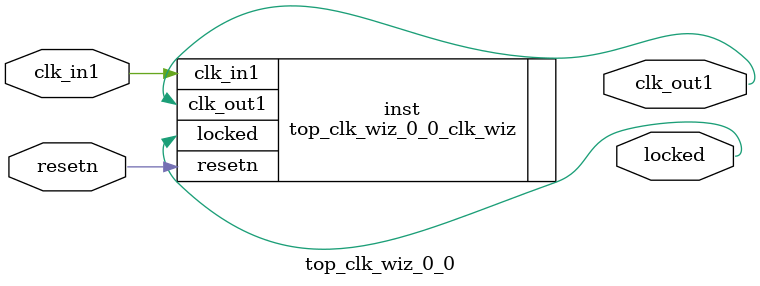
<source format=v>


`timescale 1ps/1ps

(* CORE_GENERATION_INFO = "top_clk_wiz_0_0,clk_wiz_v6_0_5_0_0,{component_name=top_clk_wiz_0_0,use_phase_alignment=true,use_min_o_jitter=false,use_max_i_jitter=false,use_dyn_phase_shift=false,use_inclk_switchover=false,use_dyn_reconfig=false,enable_axi=0,feedback_source=FDBK_AUTO,PRIMITIVE=MMCM,num_out_clk=1,clkin1_period=10.000,clkin2_period=10.000,use_power_down=false,use_reset=true,use_locked=true,use_inclk_stopped=false,feedback_type=SINGLE,CLOCK_MGR_TYPE=NA,manual_override=false}" *)

module top_clk_wiz_0_0 
 (
  // Clock out ports
  output        clk_out1,
  // Status and control signals
  input         resetn,
  output        locked,
 // Clock in ports
  input         clk_in1
 );

  top_clk_wiz_0_0_clk_wiz inst
  (
  // Clock out ports  
  .clk_out1(clk_out1),
  // Status and control signals               
  .resetn(resetn), 
  .locked(locked),
 // Clock in ports
  .clk_in1(clk_in1)
  );

endmodule

</source>
